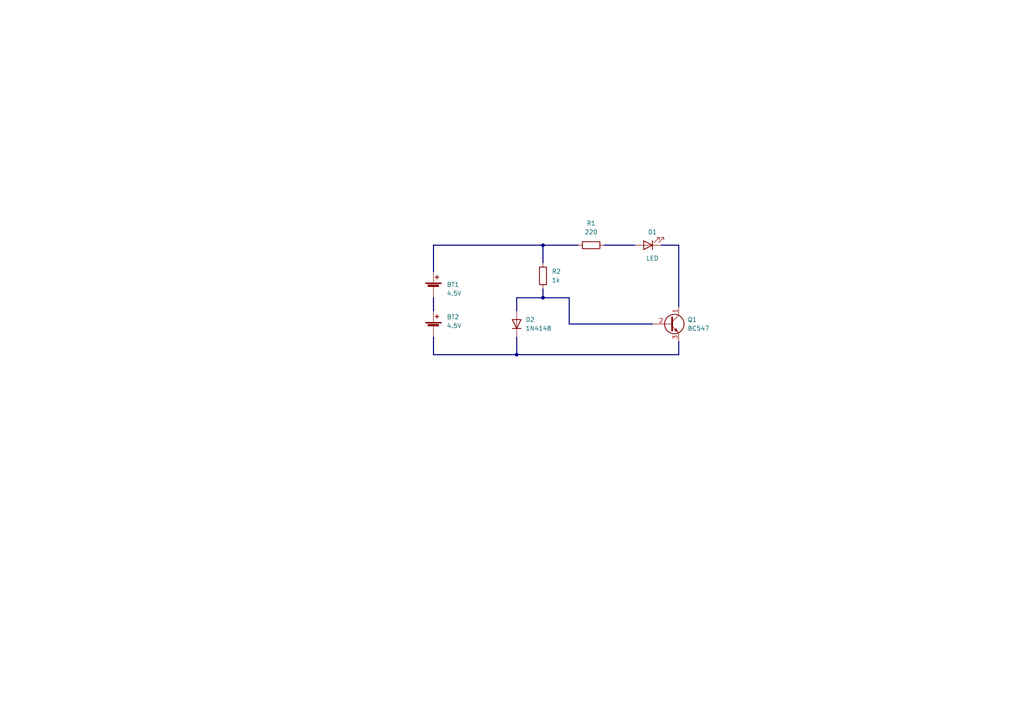
<source format=kicad_sch>
(kicad_sch (version 20211123) (generator eeschema)
  (paper "A4")
  (lib_symbols
    (symbol "Device:Battery_Cell" (pin_numbers hide) (pin_names (offset 0) hide)
      (property "Reference" "BT" (at 2.54 2.54 0))
      (property "Value" "Battery_Cell" (at 2.54 0 0))
      (symbol "Battery_Cell_0_1"
        (rectangle (start -2.286 1.778) (end 2.286 1.524) (fill (type outline)))
        (rectangle (start -1.5748 1.1938) (end 1.4732 0.6858) (fill (type outline)))
        (polyline (pts (xy 0 0.762) (xy 0 0)))
        (polyline (pts (xy 0 1.778) (xy 0 2.54)))
        (polyline (pts (xy 0.508 3.429) (xy 1.524 3.429)) (stroke (width 0.254)))
        (polyline (pts (xy 1.016 3.937) (xy 1.016 2.921)) (stroke (width 0.254)))
      )
      (symbol "Battery_Cell_1_1"
        (pin passive line (at 0 5.08 270) (length 2.54) (name "+") (number "1"))
        (pin passive line (at 0 -2.54 90) (length 2.54) (name "-") (number "2"))
      )
    )
    (symbol "Device:LED" (pin_numbers hide) (pin_names (offset 1.016) hide)
      (property "Reference" "D" (at 0 2.54 0))
      (property "Value" "LED" (at 0 -2.54 0))
      (symbol "LED_0_1"
        (polyline (pts (xy -1.27 -1.27) (xy -1.27 1.27)) (stroke (width 0.254)))
        (polyline (pts (xy -1.27 0) (xy 1.27 0)))
        (polyline (pts (xy 1.27 -1.27) (xy 1.27 1.27) (xy -1.27 0) (xy 1.27 -1.27)) (stroke (width 0.254)))
        (polyline (pts (xy -3.048 -0.762) (xy -4.572 -2.286) (xy -3.81 -2.286) (xy -4.572 -2.286) (xy -4.572 -1.524)))
        (polyline (pts (xy -1.778 -0.762) (xy -3.302 -2.286) (xy -2.54 -2.286) (xy -3.302 -2.286) (xy -3.302 -1.524)))
      )
      (symbol "LED_1_1"
        (pin passive line (at -3.81 0 0) (length 2.54) (name "K") (number "1"))
        (pin passive line (at 3.81 0 180) (length 2.54) (name "A") (number "2"))
      )
    )
    (symbol "Device:R" (pin_numbers hide) (pin_names (offset 0))
      (property "Reference" "R" (at 2.032 0 90))
      (property "Value" "R" (at 0 0 90))
      (symbol "R_0_1"
        (rectangle (start -1.016 -2.54) (end 1.016 2.54) (stroke (width 0.254)))
      )
      (symbol "R_1_1"
        (pin passive line (at 0 3.81 270) (length 1.27) (name "~") (number "1"))
        (pin passive line (at 0 -3.81 90) (length 1.27) (name "~") (number "2"))
      )
    )
    (symbol "Diode:1N4148" (pin_numbers hide) (pin_names (offset 1.016) hide)
      (property "Reference" "D" (at 0 2.54 0))
      (property "Value" "1N4148" (at 0 -2.54 0))
      (symbol "1N4148_0_1"
        (polyline (pts (xy -1.27 1.27) (xy -1.27 -1.27)) (stroke (width 0.254)))
        (polyline (pts (xy 1.27 0) (xy -1.27 0)))
        (polyline (pts (xy 1.27 1.27) (xy 1.27 -1.27) (xy -1.27 0) (xy 1.27 1.27)) (stroke (width 0.254)))
      )
      (symbol "1N4148_1_1"
        (pin passive line (at -3.81 0 0) (length 2.54) (name "K") (number "1"))
        (pin passive line (at 3.81 0 180) (length 2.54) (name "A") (number "2"))
      )
    )
    (symbol "Transistor_BJT:BC547" (pin_names (offset 0) hide)
      (property "Reference" "Q" (at 5.08 1.905 0))
      (property "Value" "BC547" (at 5.08 0 0))
      (symbol "BC547_0_1"
        (polyline (pts (xy 0 0) (xy 0.635 0)))
        (polyline (pts (xy 0.635 0.635) (xy 2.54 2.54)))
        (polyline (pts (xy 0.635 -0.635) (xy 2.54 -2.54) (xy 2.54 -2.54)))
        (polyline (pts (xy 0.635 1.905) (xy 0.635 -1.905) (xy 0.635 -1.905)) (stroke (width 0.508)))
        (polyline (pts (xy 1.27 -1.778) (xy 1.778 -1.27) (xy 2.286 -2.286) (xy 1.27 -1.778) (xy 1.27 -1.778)) (fill (type outline)))
        (circle (center 1.27 0) (radius 2.8194) (stroke (width 0.254)))
      )
      (symbol "BC547_1_1"
        (pin passive line (at 2.54 5.08 270) (length 2.54) (name "C") (number "1"))
        (pin input line (at -5.08 0 0) (length 5.08) (name "B") (number "2"))
        (pin passive line (at 2.54 -5.08 90) (length 2.54) (name "E") (number "3"))
      )
    )
  )
  (junction (at 157.48 71.12))
  (junction (at 149.86 102.87))
  (junction (at 157.48 86.36))
  (bus (pts (xy 157.48 71.12) (xy 167.64 71.12)))
  (bus (pts (xy 165.1 86.36) (xy 165.1 93.98)))
  (bus (pts (xy 165.1 93.98) (xy 189.23 93.98)))
  (bus (pts (xy 191.77 71.12) (xy 196.85 71.12)))
  (bus (pts (xy 175.26 71.12) (xy 184.15 71.12)))
  (bus (pts (xy 149.86 86.36) (xy 149.86 90.17)))
  (bus (pts (xy 196.85 71.12) (xy 196.85 88.9)))
  (bus (pts (xy 125.73 97.79) (xy 125.73 102.87)))
  (bus (pts (xy 125.73 71.12) (xy 157.48 71.12)))
  (bus (pts (xy 125.73 78.74) (xy 125.73 71.12)))
  (bus (pts (xy 125.73 86.36) (xy 125.73 90.17)))
  (bus (pts (xy 196.85 99.06) (xy 196.85 102.87)))
  (bus (pts (xy 149.86 97.79) (xy 149.86 102.87)))
  (bus (pts (xy 157.48 83.82) (xy 157.48 86.36)))
  (bus (pts (xy 149.86 102.87) (xy 196.85 102.87)))
  (bus (pts (xy 157.48 71.12) (xy 157.48 76.2)))
  (bus (pts (xy 149.86 86.36) (xy 157.48 86.36)))
  (bus (pts (xy 125.73 102.87) (xy 149.86 102.87)))
  (bus (pts (xy 157.48 86.36) (xy 165.1 86.36)))
  (symbol (lib_id "Transistor_BJT:BC547") (at 194.31 93.98 0) (unit 1)
    (property "Reference" "Q1" (at 199.39 92.7099 0) (effects (justify left)))
    (property "Value" "BC547" (at 199.39 95.2499 0) (effects (justify left)))
    (property "Footprint" "Package_TO_SOT_THT:TO-92_Inline" (effects hide))
    (property "Datasheet" "https://www.onsemi.com/pub/Collateral/BC550-D.pdf" (effects hide))
  )
  (symbol (lib_id "Device:R") (at 171.45 71.12 90) (unit 1)
    (property "Reference" "R1" (at 171.45 64.77 90))
    (property "Value" "220" (at 171.45 67.31 90))
    (property "Footprint" "Resistor_THT:R_Box_L8.4mm_W2.5mm_P5.08mm" (effects hide))
  )
  (symbol (lib_id "Device:Battery_Cell") (at 125.73 83.82 0) (unit 1)
    (property "Reference" "BT1" (at 129.54 82.55 0) (effects (justify left)))
    (property "Value" "4.5V" (at 129.54 85.09 0) (effects (justify left)))
    (property "Footprint" "Battery:BatteryHolder_Keystone_2466_1xAAA" (effects hide))
  )
  (symbol (lib_id "Device:Battery_Cell") (at 125.73 95.25 0) (unit 1)
    (property "Reference" "BT2" (at 129.54 91.9479 0) (effects (justify left)))
    (property "Value" "4.5V" (at 129.54 94.4879 0) (effects (justify left)))
    (property "Footprint" "Battery:BatteryHolder_Keystone_2466_1xAAA" (effects hide))
  )
  (symbol (lib_id "Diode:1N4148") (at 149.86 93.98 90) (unit 1)
    (property "Reference" "D2" (at 152.4 92.7099 90) (effects (justify right)))
    (property "Value" "1N4148" (at 152.4 95.2499 90) (effects (justify right)))
    (property "Footprint" "Diode_THT:D_5W_P10.16mm_Horizontal" (effects hide))
    (property "Datasheet" "https://assets.nexperia.com/documents/data-sheet/1N4148_1N4448.pdf" (effects hide))
  )
  (symbol (lib_id "Device:R") (at 157.48 80.01 0) (unit 1)
    (property "Reference" "R2" (at 160.02 78.7399 0) (effects (justify left)))
    (property "Value" "1k" (at 160.02 81.2799 0) (effects (justify left)))
    (property "Footprint" "Resistor_THT:R_Axial_DIN0204_L3.6mm_D1.6mm_P1.90mm_Vertical" (effects hide))
  )
  (symbol (lib_id "Device:LED") (at 187.96 71.12 180) (unit 1)
    (property "Reference" "D1" (at 189.23 67.31 0))
    (property "Value" "LED" (at 189.23 74.93 0))
    (property "Footprint" "LED_THT:LED_D3.0mm" (effects hide))
  )
)
</source>
